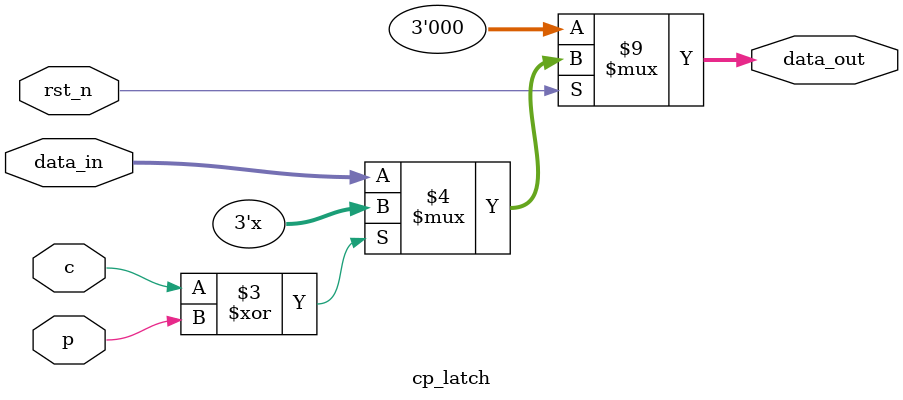
<source format=v>
`timescale 1ns / 1ps


module cp_latch(
    c,
    p,
    data_in,
    rst_n,
    data_out
    );
    parameter data_width=3;
    input c;
    input p;
    input [data_width-1:0]data_in;
    input rst_n;
    output reg [data_width-1:0] data_out;
    reg [data_width-1:0] tmp;
    always@(*)
    begin
        if(!rst_n)
        begin
            data_out <= 3'b000;
            tmp <= 3'b000;
        end 
        else begin
//            tmp <= data_in;
            data_out <= (c^p)?data_out:data_in;
        end
    end
endmodule

</source>
